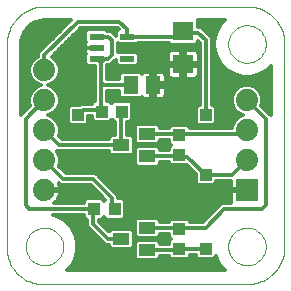
<source format=gtl>
G75*
G70*
%OFA0B0*%
%FSLAX24Y24*%
%IPPOS*%
%LPD*%
%AMOC8*
5,1,8,0,0,1.08239X$1,22.5*
%
%ADD10C,0.0000*%
%ADD11C,0.0740*%
%ADD12R,0.0740X0.0740*%
%ADD13R,0.0472X0.0217*%
%ADD14R,0.0709X0.0630*%
%ADD15R,0.0394X0.0433*%
%ADD16R,0.0433X0.0394*%
%ADD17R,0.0551X0.0394*%
%ADD18R,0.0512X0.0591*%
%ADD19C,0.0120*%
%ADD20R,0.0396X0.0396*%
D10*
X000411Y001660D02*
X000409Y001594D01*
X000411Y001528D01*
X000417Y001462D01*
X000426Y001396D01*
X000439Y001331D01*
X000456Y001266D01*
X000476Y001203D01*
X000500Y001141D01*
X000527Y001081D01*
X000558Y001022D01*
X000592Y000964D01*
X000629Y000909D01*
X000669Y000856D01*
X000712Y000806D01*
X000757Y000757D01*
X000806Y000712D01*
X000856Y000669D01*
X000909Y000629D01*
X000964Y000592D01*
X001022Y000558D01*
X001081Y000527D01*
X001141Y000500D01*
X001203Y000476D01*
X001266Y000456D01*
X001331Y000439D01*
X001396Y000426D01*
X001462Y000417D01*
X001528Y000411D01*
X001594Y000409D01*
X001660Y000411D01*
X001660Y000410D02*
X008410Y000410D01*
X008478Y000412D01*
X008545Y000417D01*
X008612Y000426D01*
X008679Y000439D01*
X008744Y000456D01*
X008809Y000475D01*
X008873Y000499D01*
X008935Y000526D01*
X008996Y000556D01*
X009054Y000589D01*
X009111Y000625D01*
X009166Y000665D01*
X009219Y000707D01*
X009270Y000753D01*
X009317Y000800D01*
X009363Y000851D01*
X009405Y000904D01*
X009445Y000959D01*
X009481Y001016D01*
X009514Y001074D01*
X009544Y001135D01*
X009571Y001197D01*
X009595Y001261D01*
X009614Y001326D01*
X009631Y001391D01*
X009644Y001458D01*
X009653Y001525D01*
X009658Y001592D01*
X009660Y001660D01*
X009660Y008410D01*
X009658Y008478D01*
X009653Y008545D01*
X009644Y008612D01*
X009631Y008679D01*
X009614Y008744D01*
X009595Y008809D01*
X009571Y008873D01*
X009544Y008935D01*
X009514Y008996D01*
X009481Y009054D01*
X009445Y009111D01*
X009405Y009166D01*
X009363Y009219D01*
X009317Y009270D01*
X009270Y009317D01*
X009219Y009363D01*
X009166Y009405D01*
X009111Y009445D01*
X009054Y009481D01*
X008996Y009514D01*
X008935Y009544D01*
X008873Y009571D01*
X008809Y009595D01*
X008744Y009614D01*
X008679Y009631D01*
X008612Y009644D01*
X008545Y009653D01*
X008478Y009658D01*
X008410Y009660D01*
X001660Y009660D01*
X001592Y009658D01*
X001525Y009653D01*
X001458Y009644D01*
X001391Y009631D01*
X001326Y009614D01*
X001261Y009595D01*
X001197Y009571D01*
X001135Y009544D01*
X001074Y009514D01*
X001016Y009481D01*
X000959Y009445D01*
X000904Y009405D01*
X000851Y009363D01*
X000800Y009317D01*
X000753Y009270D01*
X000707Y009219D01*
X000665Y009166D01*
X000625Y009111D01*
X000589Y009054D01*
X000556Y008996D01*
X000526Y008935D01*
X000499Y008873D01*
X000475Y008809D01*
X000456Y008744D01*
X000439Y008679D01*
X000426Y008612D01*
X000417Y008545D01*
X000412Y008478D01*
X000410Y008410D01*
X000410Y001660D01*
X001035Y001660D02*
X001037Y001710D01*
X001043Y001759D01*
X001053Y001808D01*
X001066Y001855D01*
X001084Y001902D01*
X001105Y001947D01*
X001129Y001990D01*
X001157Y002031D01*
X001188Y002070D01*
X001222Y002106D01*
X001259Y002140D01*
X001299Y002170D01*
X001340Y002197D01*
X001384Y002221D01*
X001429Y002241D01*
X001476Y002257D01*
X001524Y002270D01*
X001573Y002279D01*
X001623Y002284D01*
X001672Y002285D01*
X001722Y002282D01*
X001771Y002275D01*
X001820Y002264D01*
X001867Y002250D01*
X001913Y002231D01*
X001958Y002209D01*
X002001Y002184D01*
X002041Y002155D01*
X002079Y002123D01*
X002115Y002089D01*
X002148Y002051D01*
X002177Y002011D01*
X002203Y001969D01*
X002226Y001925D01*
X002245Y001879D01*
X002261Y001832D01*
X002273Y001783D01*
X002281Y001734D01*
X002285Y001685D01*
X002285Y001635D01*
X002281Y001586D01*
X002273Y001537D01*
X002261Y001488D01*
X002245Y001441D01*
X002226Y001395D01*
X002203Y001351D01*
X002177Y001309D01*
X002148Y001269D01*
X002115Y001231D01*
X002079Y001197D01*
X002041Y001165D01*
X002001Y001136D01*
X001958Y001111D01*
X001913Y001089D01*
X001867Y001070D01*
X001820Y001056D01*
X001771Y001045D01*
X001722Y001038D01*
X001672Y001035D01*
X001623Y001036D01*
X001573Y001041D01*
X001524Y001050D01*
X001476Y001063D01*
X001429Y001079D01*
X001384Y001099D01*
X001340Y001123D01*
X001299Y001150D01*
X001259Y001180D01*
X001222Y001214D01*
X001188Y001250D01*
X001157Y001289D01*
X001129Y001330D01*
X001105Y001373D01*
X001084Y001418D01*
X001066Y001465D01*
X001053Y001512D01*
X001043Y001561D01*
X001037Y001610D01*
X001035Y001660D01*
X007785Y001660D02*
X007787Y001710D01*
X007793Y001759D01*
X007803Y001808D01*
X007816Y001855D01*
X007834Y001902D01*
X007855Y001947D01*
X007879Y001990D01*
X007907Y002031D01*
X007938Y002070D01*
X007972Y002106D01*
X008009Y002140D01*
X008049Y002170D01*
X008090Y002197D01*
X008134Y002221D01*
X008179Y002241D01*
X008226Y002257D01*
X008274Y002270D01*
X008323Y002279D01*
X008373Y002284D01*
X008422Y002285D01*
X008472Y002282D01*
X008521Y002275D01*
X008570Y002264D01*
X008617Y002250D01*
X008663Y002231D01*
X008708Y002209D01*
X008751Y002184D01*
X008791Y002155D01*
X008829Y002123D01*
X008865Y002089D01*
X008898Y002051D01*
X008927Y002011D01*
X008953Y001969D01*
X008976Y001925D01*
X008995Y001879D01*
X009011Y001832D01*
X009023Y001783D01*
X009031Y001734D01*
X009035Y001685D01*
X009035Y001635D01*
X009031Y001586D01*
X009023Y001537D01*
X009011Y001488D01*
X008995Y001441D01*
X008976Y001395D01*
X008953Y001351D01*
X008927Y001309D01*
X008898Y001269D01*
X008865Y001231D01*
X008829Y001197D01*
X008791Y001165D01*
X008751Y001136D01*
X008708Y001111D01*
X008663Y001089D01*
X008617Y001070D01*
X008570Y001056D01*
X008521Y001045D01*
X008472Y001038D01*
X008422Y001035D01*
X008373Y001036D01*
X008323Y001041D01*
X008274Y001050D01*
X008226Y001063D01*
X008179Y001079D01*
X008134Y001099D01*
X008090Y001123D01*
X008049Y001150D01*
X008009Y001180D01*
X007972Y001214D01*
X007938Y001250D01*
X007907Y001289D01*
X007879Y001330D01*
X007855Y001373D01*
X007834Y001418D01*
X007816Y001465D01*
X007803Y001512D01*
X007793Y001561D01*
X007787Y001610D01*
X007785Y001660D01*
X007785Y008410D02*
X007787Y008460D01*
X007793Y008509D01*
X007803Y008558D01*
X007816Y008605D01*
X007834Y008652D01*
X007855Y008697D01*
X007879Y008740D01*
X007907Y008781D01*
X007938Y008820D01*
X007972Y008856D01*
X008009Y008890D01*
X008049Y008920D01*
X008090Y008947D01*
X008134Y008971D01*
X008179Y008991D01*
X008226Y009007D01*
X008274Y009020D01*
X008323Y009029D01*
X008373Y009034D01*
X008422Y009035D01*
X008472Y009032D01*
X008521Y009025D01*
X008570Y009014D01*
X008617Y009000D01*
X008663Y008981D01*
X008708Y008959D01*
X008751Y008934D01*
X008791Y008905D01*
X008829Y008873D01*
X008865Y008839D01*
X008898Y008801D01*
X008927Y008761D01*
X008953Y008719D01*
X008976Y008675D01*
X008995Y008629D01*
X009011Y008582D01*
X009023Y008533D01*
X009031Y008484D01*
X009035Y008435D01*
X009035Y008385D01*
X009031Y008336D01*
X009023Y008287D01*
X009011Y008238D01*
X008995Y008191D01*
X008976Y008145D01*
X008953Y008101D01*
X008927Y008059D01*
X008898Y008019D01*
X008865Y007981D01*
X008829Y007947D01*
X008791Y007915D01*
X008751Y007886D01*
X008708Y007861D01*
X008663Y007839D01*
X008617Y007820D01*
X008570Y007806D01*
X008521Y007795D01*
X008472Y007788D01*
X008422Y007785D01*
X008373Y007786D01*
X008323Y007791D01*
X008274Y007800D01*
X008226Y007813D01*
X008179Y007829D01*
X008134Y007849D01*
X008090Y007873D01*
X008049Y007900D01*
X008009Y007930D01*
X007972Y007964D01*
X007938Y008000D01*
X007907Y008039D01*
X007879Y008080D01*
X007855Y008123D01*
X007834Y008168D01*
X007816Y008215D01*
X007803Y008262D01*
X007793Y008311D01*
X007787Y008360D01*
X007785Y008410D01*
D11*
X008410Y006535D03*
X008410Y005535D03*
X008410Y004535D03*
X001660Y004535D03*
X001660Y005535D03*
X001660Y006535D03*
X001660Y007535D03*
X001660Y003535D03*
D12*
X008410Y003535D03*
D13*
X004422Y007911D03*
X004422Y008659D03*
X003398Y008659D03*
X003398Y008285D03*
X003398Y007911D03*
D14*
X006285Y007734D03*
X006285Y008836D03*
D15*
X004245Y006160D03*
X003575Y006160D03*
X003325Y002910D03*
X003995Y002910D03*
D16*
X006160Y002245D03*
X006160Y001575D03*
X006160Y004700D03*
X006160Y005370D03*
D17*
X005093Y005409D03*
X005093Y004661D03*
X004227Y005035D03*
X005093Y002284D03*
X005093Y001536D03*
X004227Y001910D03*
D18*
X004536Y007035D03*
X005284Y007035D03*
D19*
X005344Y007046D02*
X006835Y007046D01*
X006835Y006928D02*
X005700Y006928D01*
X005700Y006975D02*
X005344Y006975D01*
X005344Y006580D01*
X005561Y006580D01*
X005602Y006591D01*
X005638Y006612D01*
X005668Y006641D01*
X005689Y006678D01*
X005700Y006719D01*
X005700Y006975D01*
X005700Y007095D02*
X005700Y007351D01*
X005689Y007392D01*
X005668Y007429D01*
X005638Y007458D01*
X005602Y007479D01*
X005561Y007490D01*
X005344Y007490D01*
X005344Y007095D01*
X005224Y007095D01*
X005224Y007490D01*
X005007Y007490D01*
X004966Y007479D01*
X004930Y007458D01*
X004900Y007429D01*
X004897Y007423D01*
X004850Y007470D01*
X004222Y007470D01*
X004140Y007388D01*
X004140Y007235D01*
X003743Y007235D01*
X003735Y007243D01*
X003735Y007702D01*
X003744Y007711D01*
X003869Y007711D01*
X003993Y007835D01*
X004046Y007888D01*
X004046Y007745D01*
X004128Y007663D01*
X004716Y007663D01*
X004798Y007745D01*
X004798Y008077D01*
X004716Y008159D01*
X004128Y008159D01*
X004110Y008142D01*
X004110Y008428D01*
X004128Y008411D01*
X004716Y008411D01*
X004764Y008459D01*
X005795Y008459D01*
X005873Y008381D01*
X006697Y008381D01*
X006779Y008463D01*
X006779Y008508D01*
X006835Y008452D01*
X006835Y006373D01*
X006779Y006373D01*
X006697Y006291D01*
X006697Y005779D01*
X006779Y005697D01*
X007291Y005697D01*
X007373Y005779D01*
X007373Y006291D01*
X007291Y006373D01*
X007235Y006373D01*
X007235Y008618D01*
X006985Y008868D01*
X006868Y008985D01*
X006779Y008985D01*
X006779Y009200D01*
X007666Y009200D01*
X007542Y009076D01*
X007399Y008829D01*
X007325Y008553D01*
X007325Y008267D01*
X007399Y007991D01*
X007542Y007744D01*
X007744Y007542D01*
X007991Y007399D01*
X008267Y007325D01*
X008553Y007325D01*
X008829Y007399D01*
X009076Y007542D01*
X009200Y007666D01*
X009200Y006028D01*
X009118Y006110D01*
X008883Y006345D01*
X008920Y006434D01*
X008920Y006636D01*
X008842Y006824D01*
X008699Y006967D01*
X008511Y007045D01*
X008309Y007045D01*
X008121Y006967D01*
X007978Y006824D01*
X007900Y006636D01*
X007900Y006434D01*
X007978Y006246D01*
X008121Y006103D01*
X008284Y006035D01*
X008121Y005967D01*
X007978Y005824D01*
X007900Y005636D01*
X007900Y005610D01*
X006517Y005610D01*
X006517Y005624D01*
X007900Y005624D01*
X007944Y005743D02*
X007337Y005743D01*
X007373Y005861D02*
X008015Y005861D01*
X008150Y005980D02*
X007373Y005980D01*
X007373Y006098D02*
X008132Y006098D01*
X008007Y006217D02*
X007373Y006217D01*
X007329Y006335D02*
X007941Y006335D01*
X007900Y006454D02*
X007235Y006454D01*
X007235Y006572D02*
X007900Y006572D01*
X007922Y006691D02*
X007235Y006691D01*
X007235Y006809D02*
X007971Y006809D01*
X008081Y006928D02*
X007235Y006928D01*
X007235Y007046D02*
X009200Y007046D01*
X009200Y006928D02*
X008739Y006928D01*
X008849Y006809D02*
X009200Y006809D01*
X009200Y006691D02*
X008898Y006691D01*
X008920Y006572D02*
X009200Y006572D01*
X009200Y006454D02*
X008920Y006454D01*
X008893Y006335D02*
X009200Y006335D01*
X009200Y006217D02*
X009011Y006217D01*
X009130Y006098D02*
X009200Y006098D01*
X009035Y005910D02*
X009035Y003035D01*
X008910Y002910D01*
X007660Y002910D01*
X007035Y002285D01*
X006200Y002285D01*
X006160Y002245D01*
X006121Y002284D01*
X005093Y002284D01*
X004756Y001951D02*
X004643Y001951D01*
X004677Y002029D02*
X004759Y001947D01*
X005427Y001947D01*
X005509Y002029D01*
X005509Y002084D01*
X005803Y002084D01*
X005803Y001990D01*
X005883Y001910D01*
X005803Y001830D01*
X005803Y001736D01*
X005509Y001736D01*
X005509Y001791D01*
X005427Y001873D01*
X004759Y001873D01*
X004677Y001791D01*
X004677Y001281D01*
X004759Y001199D01*
X005427Y001199D01*
X005509Y001281D01*
X005509Y001336D01*
X005803Y001336D01*
X005803Y001321D01*
X005885Y001239D01*
X006435Y001239D01*
X006517Y001321D01*
X006517Y001375D01*
X006697Y001375D01*
X006697Y001319D01*
X006779Y001237D01*
X007291Y001237D01*
X007373Y001319D01*
X007373Y001338D01*
X007399Y001241D01*
X007542Y000994D01*
X007666Y000870D01*
X002404Y000870D01*
X002528Y000994D01*
X002671Y001241D01*
X002745Y001517D01*
X002745Y001803D01*
X002671Y002079D01*
X002528Y002326D01*
X002326Y002528D01*
X002079Y002671D01*
X001933Y002710D01*
X002989Y002710D01*
X002989Y002635D01*
X003071Y002553D01*
X003085Y002553D01*
X003085Y002327D01*
X003202Y002210D01*
X003702Y001710D01*
X003811Y001710D01*
X003811Y001655D01*
X003893Y001573D01*
X004561Y001573D01*
X004643Y001655D01*
X004643Y002165D01*
X004561Y002247D01*
X003893Y002247D01*
X003812Y002166D01*
X003485Y002493D01*
X003485Y002553D01*
X003580Y002553D01*
X003660Y002633D01*
X003740Y002553D01*
X004249Y002553D01*
X004331Y002635D01*
X004331Y003185D01*
X004249Y003267D01*
X004110Y003267D01*
X004110Y003368D01*
X003993Y003485D01*
X003368Y004110D01*
X002368Y004110D01*
X002133Y004345D01*
X002170Y004434D01*
X002170Y004636D01*
X002092Y004824D01*
X002081Y004835D01*
X003811Y004835D01*
X003811Y004780D01*
X003893Y004698D01*
X004561Y004698D01*
X004643Y004780D01*
X004643Y005290D01*
X004561Y005372D01*
X004427Y005372D01*
X004427Y005803D01*
X004499Y005803D01*
X004581Y005885D01*
X004581Y006435D01*
X004499Y006517D01*
X003990Y006517D01*
X003910Y006437D01*
X003830Y006517D01*
X003735Y006517D01*
X003735Y006835D01*
X004140Y006835D01*
X004140Y006682D01*
X004222Y006600D01*
X004850Y006600D01*
X004897Y006647D01*
X004900Y006641D01*
X004930Y006612D01*
X004966Y006591D01*
X005007Y006580D01*
X005224Y006580D01*
X005224Y006975D01*
X005344Y006975D01*
X005344Y007095D01*
X005700Y007095D01*
X005700Y007165D02*
X006835Y007165D01*
X006835Y007283D02*
X006724Y007283D01*
X006738Y007291D02*
X006767Y007321D01*
X006788Y007357D01*
X006799Y007398D01*
X006799Y007674D01*
X006345Y007674D01*
X006345Y007794D01*
X006225Y007794D01*
X006225Y008209D01*
X005910Y008209D01*
X005869Y008198D01*
X005832Y008177D01*
X005803Y008147D01*
X005782Y008111D01*
X005771Y008070D01*
X005771Y007794D01*
X006225Y007794D01*
X006225Y007674D01*
X005771Y007674D01*
X005771Y007398D01*
X005782Y007357D01*
X005803Y007321D01*
X005832Y007291D01*
X005869Y007270D01*
X005910Y007259D01*
X006225Y007259D01*
X006225Y007674D01*
X006345Y007674D01*
X006345Y007259D01*
X006660Y007259D01*
X006701Y007270D01*
X006738Y007291D01*
X006799Y007402D02*
X006835Y007402D01*
X006835Y007520D02*
X006799Y007520D01*
X006799Y007639D02*
X006835Y007639D01*
X006835Y007757D02*
X006345Y007757D01*
X006345Y007794D02*
X006799Y007794D01*
X006799Y008070D01*
X006788Y008111D01*
X006767Y008147D01*
X006738Y008177D01*
X006701Y008198D01*
X006660Y008209D01*
X006345Y008209D01*
X006345Y007794D01*
X006345Y007876D02*
X006225Y007876D01*
X006225Y007994D02*
X006345Y007994D01*
X006345Y008113D02*
X006225Y008113D01*
X006225Y007757D02*
X004798Y007757D01*
X004798Y007876D02*
X005771Y007876D01*
X005771Y007994D02*
X004798Y007994D01*
X004763Y008113D02*
X005783Y008113D01*
X005771Y007639D02*
X003735Y007639D01*
X003735Y007520D02*
X005771Y007520D01*
X005771Y007402D02*
X005684Y007402D01*
X005700Y007283D02*
X005846Y007283D01*
X006225Y007283D02*
X006345Y007283D01*
X006345Y007402D02*
X006225Y007402D01*
X006225Y007520D02*
X006345Y007520D01*
X006345Y007639D02*
X006225Y007639D01*
X006799Y007876D02*
X006835Y007876D01*
X006835Y007994D02*
X006799Y007994D01*
X006787Y008113D02*
X006835Y008113D01*
X006835Y008231D02*
X004110Y008231D01*
X004110Y008350D02*
X006835Y008350D01*
X006819Y008468D02*
X006779Y008468D01*
X007035Y008535D02*
X006785Y008785D01*
X006461Y008785D01*
X006285Y008836D01*
X006450Y008785D01*
X006285Y008836D02*
X006121Y008659D01*
X004422Y008659D01*
X004410Y008671D01*
X004410Y008910D01*
X004160Y009160D01*
X002785Y009160D01*
X001660Y008035D01*
X001660Y007535D01*
X002011Y007165D02*
X003335Y007165D01*
X003335Y007283D02*
X002108Y007283D01*
X002092Y007246D02*
X002170Y007434D01*
X002170Y007636D01*
X002092Y007824D01*
X001949Y007967D01*
X001897Y007989D01*
X002868Y008960D01*
X004077Y008960D01*
X004130Y008907D01*
X004128Y008907D01*
X004046Y008825D01*
X004046Y008682D01*
X003993Y008735D01*
X003869Y008859D01*
X003741Y008859D01*
X003692Y008907D01*
X003104Y008907D01*
X003022Y008825D01*
X003022Y008493D01*
X003030Y008485D01*
X003013Y008455D01*
X003002Y008414D01*
X003002Y008285D01*
X003002Y008156D01*
X003013Y008115D01*
X003030Y008085D01*
X003022Y008077D01*
X003022Y007745D01*
X003104Y007663D01*
X003335Y007663D01*
X003335Y006517D01*
X003321Y006517D01*
X003239Y006435D01*
X003239Y006400D01*
X002868Y006400D01*
X002840Y006373D01*
X002529Y006373D01*
X002447Y006291D01*
X002447Y005779D01*
X002529Y005697D01*
X003041Y005697D01*
X003123Y005779D01*
X003123Y006000D01*
X003239Y006000D01*
X003239Y005885D01*
X003321Y005803D01*
X003830Y005803D01*
X003910Y005883D01*
X003990Y005803D01*
X004027Y005803D01*
X004027Y005372D01*
X003893Y005372D01*
X003811Y005290D01*
X003811Y005235D01*
X002243Y005235D01*
X002133Y005345D01*
X002170Y005434D01*
X002170Y005636D01*
X002092Y005824D01*
X001949Y005967D01*
X001786Y006035D01*
X001949Y006103D01*
X002092Y006246D01*
X002170Y006434D01*
X002170Y006636D01*
X002092Y006824D01*
X001949Y006967D01*
X001786Y007035D01*
X001949Y007103D01*
X002092Y007246D01*
X002157Y007402D02*
X003335Y007402D01*
X003335Y007520D02*
X002170Y007520D01*
X002169Y007639D02*
X003335Y007639D01*
X003535Y007774D02*
X003398Y007911D01*
X003660Y007911D01*
X003575Y007826D01*
X003575Y007825D01*
X003535Y007774D02*
X003535Y007160D01*
X003660Y007035D01*
X004536Y007035D01*
X004140Y006809D02*
X003735Y006809D01*
X003735Y006691D02*
X004140Y006691D01*
X003927Y006454D02*
X003893Y006454D01*
X003735Y006572D02*
X006835Y006572D01*
X006835Y006454D02*
X004563Y006454D01*
X004581Y006335D02*
X006741Y006335D01*
X006697Y006217D02*
X004581Y006217D01*
X004581Y006098D02*
X006697Y006098D01*
X006697Y005980D02*
X004581Y005980D01*
X004557Y005861D02*
X006697Y005861D01*
X006733Y005743D02*
X005430Y005743D01*
X005427Y005746D02*
X004759Y005746D01*
X004677Y005664D01*
X004677Y005154D01*
X004759Y005072D01*
X005427Y005072D01*
X005509Y005154D01*
X005509Y005209D01*
X005803Y005209D01*
X005803Y005115D01*
X005883Y005035D01*
X005803Y004955D01*
X005803Y004861D01*
X005509Y004861D01*
X005509Y004916D01*
X005427Y004998D01*
X004759Y004998D01*
X004677Y004916D01*
X004677Y004406D01*
X004759Y004324D01*
X005427Y004324D01*
X005509Y004406D01*
X005509Y004461D01*
X005803Y004461D01*
X005803Y004446D01*
X005885Y004364D01*
X006424Y004364D01*
X006697Y004090D01*
X006697Y003779D01*
X006779Y003697D01*
X007291Y003697D01*
X007373Y003779D01*
X007373Y003835D01*
X007880Y003835D01*
X007880Y003575D01*
X008370Y003575D01*
X008370Y003495D01*
X007880Y003495D01*
X007880Y003144D01*
X007889Y003110D01*
X007577Y003110D01*
X006952Y002485D01*
X006517Y002485D01*
X006517Y002499D01*
X006435Y002581D01*
X005885Y002581D01*
X005803Y002499D01*
X005803Y002484D01*
X005509Y002484D01*
X005509Y002539D01*
X005427Y002621D01*
X004759Y002621D01*
X004677Y002539D01*
X004677Y002029D01*
X004677Y002069D02*
X004643Y002069D01*
X004620Y002188D02*
X004677Y002188D01*
X004677Y002306D02*
X003672Y002306D01*
X003790Y002188D02*
X003834Y002188D01*
X003785Y001910D02*
X003285Y002410D01*
X003285Y002870D01*
X003325Y002910D01*
X001160Y002910D01*
X001035Y003035D01*
X001035Y005910D01*
X001660Y006535D01*
X001989Y006928D02*
X003335Y006928D01*
X003335Y007046D02*
X001812Y007046D01*
X001534Y007035D02*
X001371Y006967D01*
X001228Y006824D01*
X001150Y006636D01*
X001150Y006434D01*
X001187Y006345D01*
X000952Y006110D01*
X000870Y006028D01*
X000870Y008318D01*
X000870Y008410D01*
X000877Y008513D01*
X000930Y008712D01*
X001033Y008891D01*
X001179Y009037D01*
X001358Y009140D01*
X001557Y009193D01*
X001660Y009200D01*
X002542Y009200D01*
X001460Y008118D01*
X001460Y008004D01*
X001371Y007967D01*
X001228Y007824D01*
X001150Y007636D01*
X001150Y007434D01*
X001228Y007246D01*
X001371Y007103D01*
X001534Y007035D01*
X001508Y007046D02*
X000870Y007046D01*
X000870Y006928D02*
X001331Y006928D01*
X001221Y006809D02*
X000870Y006809D01*
X000870Y006691D02*
X001172Y006691D01*
X001150Y006572D02*
X000870Y006572D01*
X000870Y006454D02*
X001150Y006454D01*
X001177Y006335D02*
X000870Y006335D01*
X000870Y006217D02*
X001059Y006217D01*
X000940Y006098D02*
X000870Y006098D01*
X001660Y005535D02*
X002160Y005035D01*
X004227Y005035D01*
X004227Y006142D01*
X004245Y006160D01*
X003932Y005861D02*
X003888Y005861D01*
X004027Y005743D02*
X003087Y005743D01*
X003123Y005861D02*
X003263Y005861D01*
X003239Y005980D02*
X003123Y005980D01*
X002950Y006200D02*
X002785Y006035D01*
X002950Y006200D02*
X003535Y006200D01*
X003575Y006160D01*
X003535Y006200D02*
X003535Y007160D01*
X003735Y007283D02*
X004140Y007283D01*
X004153Y007402D02*
X003735Y007402D01*
X003915Y007757D02*
X004046Y007757D01*
X004033Y007876D02*
X004046Y007876D01*
X003910Y008035D02*
X003910Y008535D01*
X003786Y008659D01*
X003398Y008659D01*
X003398Y008285D02*
X003398Y008285D01*
X003002Y008285D01*
X003398Y008285D01*
X003022Y007994D02*
X001902Y007994D01*
X002020Y008113D02*
X003014Y008113D01*
X003002Y008231D02*
X002139Y008231D01*
X002257Y008350D02*
X003002Y008350D01*
X003020Y008468D02*
X002376Y008468D01*
X002494Y008587D02*
X003022Y008587D01*
X003022Y008705D02*
X002613Y008705D01*
X002731Y008824D02*
X003022Y008824D01*
X002850Y008942D02*
X004095Y008942D01*
X004046Y008824D02*
X003904Y008824D01*
X004023Y008705D02*
X004046Y008705D01*
X003910Y008035D02*
X003786Y007911D01*
X003660Y007911D01*
X003022Y007876D02*
X002041Y007876D01*
X002120Y007757D02*
X003022Y007757D01*
X003335Y006809D02*
X002099Y006809D01*
X002148Y006691D02*
X003335Y006691D01*
X003335Y006572D02*
X002170Y006572D01*
X002170Y006454D02*
X003257Y006454D01*
X002491Y006335D02*
X002129Y006335D01*
X002063Y006217D02*
X002447Y006217D01*
X002447Y006098D02*
X001938Y006098D01*
X001920Y005980D02*
X002447Y005980D01*
X002447Y005861D02*
X002055Y005861D01*
X002126Y005743D02*
X002483Y005743D01*
X002170Y005624D02*
X004027Y005624D01*
X004027Y005506D02*
X002170Y005506D01*
X002151Y005387D02*
X004027Y005387D01*
X003811Y005269D02*
X002209Y005269D01*
X002105Y004795D02*
X003811Y004795D01*
X004427Y005387D02*
X004677Y005387D01*
X004677Y005269D02*
X004643Y005269D01*
X004643Y005150D02*
X004682Y005150D01*
X004643Y005032D02*
X005880Y005032D01*
X005803Y004913D02*
X005509Y004913D01*
X005504Y005150D02*
X005803Y005150D01*
X006121Y005409D02*
X006160Y005370D01*
X006200Y005410D01*
X008285Y005410D01*
X008410Y005535D01*
X009035Y005910D02*
X008410Y006535D01*
X009200Y007165D02*
X007235Y007165D01*
X007235Y007283D02*
X009200Y007283D01*
X009200Y007402D02*
X008833Y007402D01*
X009038Y007520D02*
X009200Y007520D01*
X009200Y007639D02*
X009173Y007639D01*
X007987Y007402D02*
X007235Y007402D01*
X007235Y007520D02*
X007781Y007520D01*
X007647Y007639D02*
X007235Y007639D01*
X007235Y007757D02*
X007534Y007757D01*
X007466Y007876D02*
X007235Y007876D01*
X007235Y007994D02*
X007398Y007994D01*
X007366Y008113D02*
X007235Y008113D01*
X007235Y008231D02*
X007335Y008231D01*
X007325Y008350D02*
X007235Y008350D01*
X007235Y008468D02*
X007325Y008468D01*
X007334Y008587D02*
X007235Y008587D01*
X007148Y008705D02*
X007366Y008705D01*
X007398Y008824D02*
X007029Y008824D01*
X006911Y008942D02*
X007464Y008942D01*
X007533Y009061D02*
X006779Y009061D01*
X006779Y009179D02*
X007645Y009179D01*
X007035Y008535D02*
X007035Y006035D01*
X006517Y005624D02*
X006435Y005706D01*
X005885Y005706D01*
X005803Y005624D01*
X005509Y005624D01*
X005509Y005609D02*
X005509Y005664D01*
X005427Y005746D01*
X005509Y005609D02*
X005803Y005609D01*
X005803Y005624D01*
X006121Y005409D02*
X005093Y005409D01*
X004677Y005506D02*
X004427Y005506D01*
X004427Y005624D02*
X004677Y005624D01*
X004756Y005743D02*
X004427Y005743D01*
X004643Y004913D02*
X004677Y004913D01*
X004677Y004795D02*
X004643Y004795D01*
X004677Y004676D02*
X002154Y004676D01*
X002170Y004558D02*
X004677Y004558D01*
X004677Y004439D02*
X002170Y004439D01*
X002157Y004321D02*
X006467Y004321D01*
X006585Y004202D02*
X002276Y004202D01*
X002285Y003910D02*
X003285Y003910D01*
X003910Y003285D01*
X003910Y002995D01*
X003995Y002910D01*
X003693Y003219D02*
X003660Y003187D01*
X003580Y003267D01*
X003071Y003267D01*
X002989Y003185D01*
X002989Y003110D01*
X001977Y003110D01*
X002005Y003131D01*
X002064Y003190D01*
X002113Y003257D01*
X002151Y003332D01*
X002177Y003411D01*
X002190Y003493D01*
X002190Y003495D01*
X001700Y003495D01*
X001700Y003575D01*
X002190Y003575D01*
X002190Y003577D01*
X002177Y003659D01*
X002151Y003738D01*
X002128Y003784D01*
X002202Y003710D01*
X003202Y003710D01*
X003693Y003219D01*
X003658Y003254D02*
X003593Y003254D01*
X003540Y003373D02*
X002164Y003373D01*
X002190Y003491D02*
X003421Y003491D01*
X003303Y003610D02*
X002185Y003610D01*
X002184Y003728D02*
X002155Y003728D01*
X002285Y003910D02*
X001660Y004535D01*
X002111Y003254D02*
X003058Y003254D01*
X002989Y003136D02*
X002010Y003136D01*
X002095Y002662D02*
X002989Y002662D01*
X003085Y002543D02*
X002301Y002543D01*
X002430Y002425D02*
X003085Y002425D01*
X003106Y002306D02*
X002540Y002306D01*
X002608Y002188D02*
X003225Y002188D01*
X003343Y002069D02*
X002674Y002069D01*
X002705Y001951D02*
X003462Y001951D01*
X003580Y001832D02*
X002737Y001832D01*
X002745Y001714D02*
X003699Y001714D01*
X003785Y001910D02*
X004227Y001910D01*
X003871Y001595D02*
X002745Y001595D01*
X002734Y001477D02*
X004677Y001477D01*
X004677Y001595D02*
X004582Y001595D01*
X004643Y001714D02*
X004677Y001714D01*
X004643Y001832D02*
X004719Y001832D01*
X005093Y001536D02*
X006121Y001536D01*
X006160Y001575D01*
X007035Y001575D01*
X006697Y001358D02*
X006517Y001358D01*
X006436Y001240D02*
X006777Y001240D01*
X007293Y001240D02*
X007400Y001240D01*
X007468Y001121D02*
X002602Y001121D01*
X002670Y001240D02*
X004719Y001240D01*
X004677Y001358D02*
X002702Y001358D01*
X002533Y001003D02*
X007537Y001003D01*
X007652Y000884D02*
X002418Y000884D01*
X003553Y002425D02*
X004677Y002425D01*
X004682Y002543D02*
X003485Y002543D01*
X004105Y003373D02*
X007880Y003373D01*
X007880Y003491D02*
X003987Y003491D01*
X003868Y003610D02*
X007880Y003610D01*
X007880Y003728D02*
X007322Y003728D01*
X007035Y004035D02*
X007910Y004035D01*
X008410Y004535D01*
X007880Y003254D02*
X004262Y003254D01*
X004331Y003136D02*
X007882Y003136D01*
X007484Y003017D02*
X004331Y003017D01*
X004331Y002899D02*
X007366Y002899D01*
X007247Y002780D02*
X004331Y002780D01*
X004331Y002662D02*
X007129Y002662D01*
X007010Y002543D02*
X006473Y002543D01*
X005847Y002543D02*
X005505Y002543D01*
X005509Y002069D02*
X005803Y002069D01*
X005843Y001951D02*
X005430Y001951D01*
X005467Y001832D02*
X005805Y001832D01*
X005884Y001240D02*
X005467Y001240D01*
X006748Y003728D02*
X003750Y003728D01*
X003631Y003847D02*
X006697Y003847D01*
X006697Y003965D02*
X003513Y003965D01*
X003394Y004084D02*
X006697Y004084D01*
X007035Y004035D02*
X006410Y004660D01*
X006200Y004660D01*
X006160Y004700D01*
X006121Y004661D01*
X005093Y004661D01*
X005509Y004439D02*
X005810Y004439D01*
X005692Y006691D02*
X006835Y006691D01*
X006835Y006809D02*
X005700Y006809D01*
X005344Y006809D02*
X005224Y006809D01*
X005224Y006691D02*
X005344Y006691D01*
X005344Y006928D02*
X005224Y006928D01*
X005224Y007165D02*
X005344Y007165D01*
X005344Y007283D02*
X005224Y007283D01*
X005224Y007402D02*
X005344Y007402D01*
X002521Y009179D02*
X001504Y009179D01*
X001220Y009061D02*
X002403Y009061D01*
X002284Y008942D02*
X001084Y008942D01*
X000994Y008824D02*
X002166Y008824D01*
X002047Y008705D02*
X000928Y008705D01*
X000896Y008587D02*
X001929Y008587D01*
X001810Y008468D02*
X000874Y008468D01*
X000870Y008350D02*
X001692Y008350D01*
X001573Y008231D02*
X000870Y008231D01*
X000870Y008113D02*
X001460Y008113D01*
X001435Y007994D02*
X000870Y007994D01*
X000870Y007876D02*
X001279Y007876D01*
X001200Y007757D02*
X000870Y007757D01*
X000870Y007639D02*
X001151Y007639D01*
X001150Y007520D02*
X000870Y007520D01*
X000870Y007402D02*
X001163Y007402D01*
X001212Y007283D02*
X000870Y007283D01*
X000870Y007165D02*
X001309Y007165D01*
D20*
X002785Y007160D03*
X002785Y006035D03*
X003785Y004160D03*
X003285Y001535D03*
X006410Y003160D03*
X007035Y004035D03*
X007035Y006035D03*
X006535Y007035D03*
X001410Y008785D03*
X007035Y001575D03*
M02*

</source>
